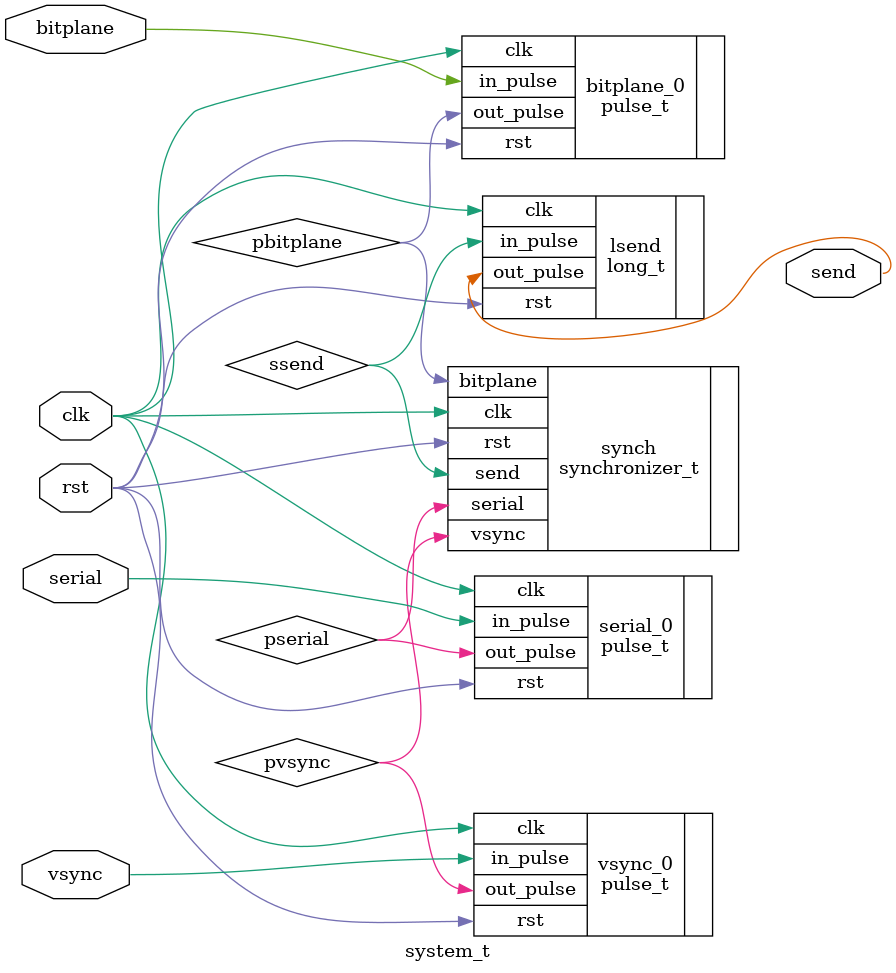
<source format=sv>


module system_t (
    input  wire clk,
    input  wire rst,
    input  wire vsync,
    input  wire serial,
    input  wire bitplane,
    output wire send
);

wire pvsync;
wire pbitplane;
wire pserial;
wire ssend;

// Sync
synchronizer_t# (
    .N_BIT_PLANES(12)
)
synch (
    .clk(clk),
    .rst(rst),
    .vsync(pvsync),
    .serial(pserial),
    .bitplane(pbitplane),
    .send(ssend)
);

// long pulse generation
long_t#(
    .DURATION(1200) // 12 MHz
) 
lsend (
    .clk(clk),
    .rst(rst),
    .in_pulse(ssend),
    .out_pulse(send)
);

// Pulse to clock
pulse_t vsync_0 (
  .clk(clk),
  .rst(rst),
  .in_pulse(vsync),
  .out_pulse(pvsync)
);

pulse_t serial_0 (
  .clk(clk),
  .rst(rst),
  .in_pulse(serial),
  .out_pulse(pserial)
);

pulse_t bitplane_0 (
  .clk(clk),
  .rst(rst),
  .in_pulse(bitplane),
  .out_pulse(pbitplane)
);



endmodule
</source>
